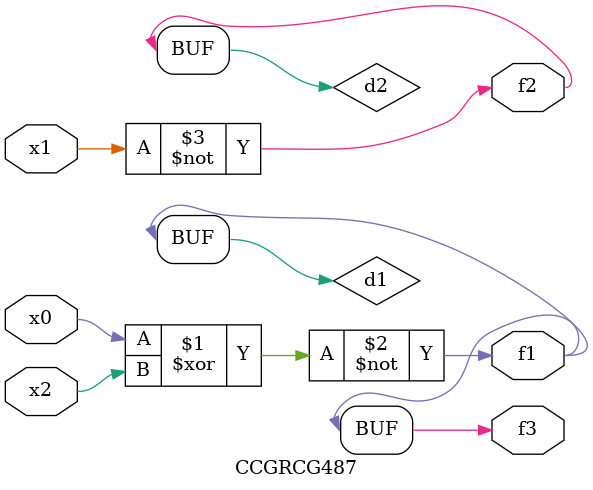
<source format=v>
module CCGRCG487(
	input x0, x1, x2,
	output f1, f2, f3
);

	wire d1, d2, d3;

	xnor (d1, x0, x2);
	nand (d2, x1);
	nor (d3, x1, x2);
	assign f1 = d1;
	assign f2 = d2;
	assign f3 = d1;
endmodule

</source>
